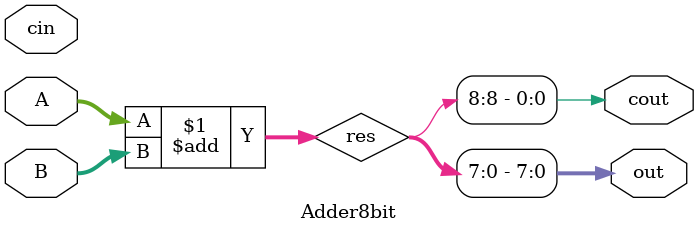
<source format=v>
`timescale 1ns / 1ps
module Adder8bit(
    input [7:0]A,
    input [7:0]B,
    input cin,
    output [7:0]out,
    output cout
    );
	 wire [8:0]res;
	 assign res =  A + B;
	 
assign out = res[7:0];
assign cout = res[8];

endmodule

</source>
